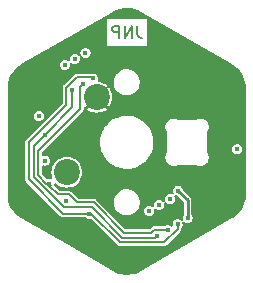
<source format=gbr>
%TF.GenerationSoftware,KiCad,Pcbnew,(6.0.6)*%
%TF.CreationDate,2022-07-10T21:40:21+02:00*%
%TF.ProjectId,GCode_Buttons_Cherry_MX,47436f64-655f-4427-9574-746f6e735f43,rev?*%
%TF.SameCoordinates,Original*%
%TF.FileFunction,Copper,L4,Bot*%
%TF.FilePolarity,Positive*%
%FSLAX46Y46*%
G04 Gerber Fmt 4.6, Leading zero omitted, Abs format (unit mm)*
G04 Created by KiCad (PCBNEW (6.0.6)) date 2022-07-10 21:40:21*
%MOMM*%
%LPD*%
G01*
G04 APERTURE LIST*
%ADD10C,0.200000*%
%TA.AperFunction,NonConductor*%
%ADD11C,0.200000*%
%TD*%
%TA.AperFunction,ComponentPad*%
%ADD12C,2.200000*%
%TD*%
%TA.AperFunction,ViaPad*%
%ADD13C,0.450000*%
%TD*%
%TA.AperFunction,Conductor*%
%ADD14C,0.200000*%
%TD*%
%TA.AperFunction,Conductor*%
%ADD15C,0.250000*%
%TD*%
G04 APERTURE END LIST*
D10*
D11*
X100880952Y-90152380D02*
X100880952Y-90866666D01*
X100928571Y-91009523D01*
X101023809Y-91104761D01*
X101166666Y-91152380D01*
X101261904Y-91152380D01*
X100404761Y-91152380D02*
X100404761Y-90152380D01*
X99833333Y-91152380D01*
X99833333Y-90152380D01*
X99357142Y-91152380D02*
X99357142Y-90152380D01*
X98976190Y-90152380D01*
X98880952Y-90200000D01*
X98833333Y-90247619D01*
X98785714Y-90342857D01*
X98785714Y-90485714D01*
X98833333Y-90580952D01*
X98880952Y-90628571D01*
X98976190Y-90676190D01*
X99357142Y-90676190D01*
D12*
%TO.P,SW1,1,1*%
%TO.N,Net-(JP1-Pad1)*%
X94920000Y-102540000D03*
%TO.P,SW1,2,2*%
%TO.N,GND*%
X97460000Y-96190000D03*
%TD*%
D13*
%TO.N,+5V*%
X103650000Y-104800000D03*
X92550000Y-97800000D03*
X96500000Y-92450000D03*
X109350000Y-100600000D03*
%TO.N,GND*%
X90650000Y-94350000D03*
X109450000Y-94350000D03*
X100000000Y-110850000D03*
X109450000Y-105300000D03*
X97400000Y-91950000D03*
X100000000Y-89000000D03*
X90500000Y-105300000D03*
%TO.N,Net-(J1-Pad4)*%
X95600000Y-92950000D03*
X102750000Y-105300000D03*
X94850000Y-104950000D03*
%TO.N,Net-(J1-Pad1)*%
X102550000Y-107950000D03*
X93050000Y-99400000D03*
X95400000Y-95600000D03*
%TO.N,Net-(J1-Pad2)*%
X93050000Y-101550000D03*
X94750000Y-93450000D03*
X101900000Y-105800000D03*
%TO.N,Net-(J1-Pad3)*%
X93450000Y-103500000D03*
X103450000Y-107450000D03*
X96250000Y-95100000D03*
%TO.N,Net-(J1-Pad5)*%
X104300000Y-106950000D03*
X96800000Y-106050000D03*
X97150000Y-94600000D03*
%TO.N,Dout*%
X105150000Y-106400000D03*
X104350000Y-104100000D03*
%TD*%
D14*
%TO.N,Net-(J1-Pad1)*%
X93050000Y-103900000D02*
X94650000Y-105500000D01*
X93050000Y-99400000D02*
X92100000Y-100350000D01*
X95400000Y-97050000D02*
X93050000Y-99400000D01*
X92100000Y-102965686D02*
X93034314Y-103900000D01*
X94650000Y-105500000D02*
X97015686Y-105500000D01*
X102425000Y-108075000D02*
X102550000Y-107950000D01*
X95400000Y-95600000D02*
X95400000Y-97050000D01*
X92100000Y-100350000D02*
X92100000Y-102965686D01*
X99590686Y-108075000D02*
X102425000Y-108075000D01*
X93034314Y-103900000D02*
X93050000Y-103900000D01*
X97015686Y-105500000D02*
X99590686Y-108075000D01*
%TO.N,Net-(J1-Pad3)*%
X103425000Y-107425000D02*
X102332537Y-107425000D01*
D15*
X93450000Y-103550000D02*
X93500000Y-103600000D01*
D14*
X93200000Y-103500000D02*
X93450000Y-103500000D01*
X96035000Y-97215000D02*
X92500000Y-100750000D01*
X99756372Y-107675000D02*
X97181372Y-105100000D01*
X96035000Y-95315000D02*
X96035000Y-97215000D01*
X94140686Y-104425000D02*
X93450000Y-103734314D01*
X102082537Y-107675000D02*
X99756372Y-107675000D01*
X95742463Y-105100000D02*
X95067463Y-104425000D01*
X97181372Y-105100000D02*
X95742463Y-105100000D01*
X95067463Y-104425000D02*
X94140686Y-104425000D01*
X102332537Y-107425000D02*
X102082537Y-107675000D01*
X103450000Y-107450000D02*
X103425000Y-107425000D01*
X93450000Y-103734314D02*
X93450000Y-103500000D01*
X92500000Y-100750000D02*
X92500000Y-102800000D01*
X96250000Y-95100000D02*
X96035000Y-95315000D01*
X92500000Y-102800000D02*
X93200000Y-103500000D01*
%TO.N,Net-(J1-Pad5)*%
X94875000Y-95382537D02*
X94875000Y-96825000D01*
X104300000Y-107350000D02*
X103175000Y-108475000D01*
X94875000Y-96825000D02*
X91700000Y-100000000D01*
X97150000Y-94600000D02*
X97050000Y-94500000D01*
X91700000Y-100000000D02*
X91700000Y-103131372D01*
X91700000Y-103131372D02*
X94618628Y-106050000D01*
X94618628Y-106050000D02*
X96800000Y-106050000D01*
X104300000Y-106950000D02*
X104300000Y-107350000D01*
X97050000Y-94500000D02*
X95757537Y-94500000D01*
X97000000Y-106050000D02*
X96800000Y-106050000D01*
X95757537Y-94500000D02*
X94875000Y-95382537D01*
X103175000Y-108475000D02*
X99425000Y-108475000D01*
X99425000Y-108475000D02*
X97000000Y-106050000D01*
D15*
%TO.N,Dout*%
X105150000Y-104900000D02*
X105150000Y-106400000D01*
X104350000Y-104100000D02*
X105150000Y-104900000D01*
%TD*%
%TA.AperFunction,Conductor*%
%TO.N,GND*%
G36*
X100139427Y-88618618D02*
G01*
X100393584Y-88648326D01*
X100404913Y-88650324D01*
X100653898Y-88709334D01*
X100664915Y-88712632D01*
X100905375Y-88800152D01*
X100915946Y-88804713D01*
X101120817Y-88907604D01*
X101129014Y-88913302D01*
X101129054Y-88913233D01*
X101138701Y-88918825D01*
X101146860Y-88926420D01*
X101157505Y-88929725D01*
X101157508Y-88929727D01*
X101158606Y-88930068D01*
X101178750Y-88938878D01*
X108920292Y-93408461D01*
X108938241Y-93421730D01*
X108946860Y-93429753D01*
X108957505Y-93433058D01*
X108966872Y-93438488D01*
X108976363Y-93442972D01*
X109168341Y-93569238D01*
X109177573Y-93576110D01*
X109329058Y-93703220D01*
X109373598Y-93740593D01*
X109381969Y-93748491D01*
X109463057Y-93834439D01*
X109557563Y-93934609D01*
X109564963Y-93943428D01*
X109717764Y-94148675D01*
X109724090Y-94158294D01*
X109852026Y-94379885D01*
X109857193Y-94390173D01*
X109958540Y-94625119D01*
X109962478Y-94635937D01*
X110035866Y-94881067D01*
X110038521Y-94892269D01*
X110048441Y-94948528D01*
X110082956Y-95144266D01*
X110084290Y-95155675D01*
X110097622Y-95384559D01*
X110096784Y-95394521D01*
X110096861Y-95394521D01*
X110096841Y-95405669D01*
X110094343Y-95416534D01*
X110096965Y-95428119D01*
X110097058Y-95428531D01*
X110099499Y-95450381D01*
X110099501Y-104389534D01*
X110096983Y-104411722D01*
X110094345Y-104423193D01*
X110096806Y-104434069D01*
X110096787Y-104444886D01*
X110097648Y-104455354D01*
X110092643Y-104541274D01*
X110085730Y-104659934D01*
X110084284Y-104684750D01*
X110082949Y-104696178D01*
X110062109Y-104814359D01*
X110038511Y-104948181D01*
X110035856Y-104959383D01*
X110021951Y-105005830D01*
X109962466Y-105204520D01*
X109958535Y-105215321D01*
X109861592Y-105440066D01*
X109857182Y-105450289D01*
X109852015Y-105460576D01*
X109724087Y-105682163D01*
X109717762Y-105691781D01*
X109564957Y-105897046D01*
X109557565Y-105905856D01*
X109539099Y-105925431D01*
X109381973Y-106091986D01*
X109373613Y-106099875D01*
X109177584Y-106264378D01*
X109168364Y-106271242D01*
X108976953Y-106397149D01*
X108967768Y-106401470D01*
X108967795Y-106401518D01*
X108958131Y-106407076D01*
X108947473Y-106410345D01*
X108938881Y-106418289D01*
X108938450Y-106418687D01*
X108920743Y-106431731D01*
X101179205Y-110901308D01*
X101158731Y-110910220D01*
X101158140Y-110910401D01*
X101158138Y-110910402D01*
X101147479Y-110913671D01*
X101139291Y-110921240D01*
X101129917Y-110926631D01*
X101121282Y-110932612D01*
X100915933Y-111035747D01*
X100905361Y-111040307D01*
X100664922Y-111127824D01*
X100653893Y-111131126D01*
X100404920Y-111190136D01*
X100393582Y-111192136D01*
X100139428Y-111221843D01*
X100127935Y-111222512D01*
X99872065Y-111222512D01*
X99860572Y-111221843D01*
X99606418Y-111192136D01*
X99595080Y-111190136D01*
X99346108Y-111131126D01*
X99335079Y-111127824D01*
X99094640Y-111040307D01*
X99084068Y-111035747D01*
X98879180Y-110932844D01*
X98870991Y-110927150D01*
X98870950Y-110927220D01*
X98861304Y-110921628D01*
X98853143Y-110914031D01*
X98841453Y-110910401D01*
X98841398Y-110910384D01*
X98821254Y-110901574D01*
X98820794Y-110901308D01*
X94920809Y-108649651D01*
X91079701Y-106431986D01*
X91061752Y-106418717D01*
X91061292Y-106418289D01*
X91053131Y-106410693D01*
X91042483Y-106407387D01*
X91033126Y-106401964D01*
X91023631Y-106397478D01*
X90831639Y-106271212D01*
X90822404Y-106264337D01*
X90626390Y-106099870D01*
X90618015Y-106091969D01*
X90589254Y-106061485D01*
X90442413Y-105905847D01*
X90435026Y-105897045D01*
X90282221Y-105691791D01*
X90275895Y-105682173D01*
X90256471Y-105648528D01*
X90191362Y-105535755D01*
X90147960Y-105460579D01*
X90142793Y-105450290D01*
X90041453Y-105215345D01*
X90037515Y-105204526D01*
X89964136Y-104959396D01*
X89961481Y-104948192D01*
X89917059Y-104696203D01*
X89915723Y-104684767D01*
X89902399Y-104455803D01*
X89903229Y-104445943D01*
X89903136Y-104445943D01*
X89903156Y-104434794D01*
X89905655Y-104423929D01*
X89902939Y-104411922D01*
X89900499Y-104390079D01*
X89900499Y-99985066D01*
X91394660Y-99985066D01*
X91398596Y-100013987D01*
X91399500Y-100027337D01*
X91399500Y-103077864D01*
X91399197Y-103081989D01*
X91397575Y-103086714D01*
X91397918Y-103095848D01*
X91399430Y-103136133D01*
X91399500Y-103139846D01*
X91399500Y-103159320D01*
X91400325Y-103163750D01*
X91400661Y-103168943D01*
X91401774Y-103198580D01*
X91405380Y-103206974D01*
X91405381Y-103206977D01*
X91406317Y-103209155D01*
X91412683Y-103230106D01*
X91414791Y-103241425D01*
X91419588Y-103249207D01*
X91428768Y-103264100D01*
X91435451Y-103276967D01*
X91445964Y-103301435D01*
X91449978Y-103306321D01*
X91454342Y-103310685D01*
X91468613Y-103328740D01*
X91473532Y-103336720D01*
X91496769Y-103354390D01*
X91506839Y-103363182D01*
X94368312Y-106224656D01*
X94371009Y-106227781D01*
X94373203Y-106232269D01*
X94379905Y-106238486D01*
X94409436Y-106265880D01*
X94412112Y-106268456D01*
X94425904Y-106282248D01*
X94429615Y-106284793D01*
X94433534Y-106288234D01*
X94455274Y-106308401D01*
X94463762Y-106311787D01*
X94463765Y-106311789D01*
X94465966Y-106312667D01*
X94485282Y-106322981D01*
X94487237Y-106324322D01*
X94487239Y-106324323D01*
X94494774Y-106329492D01*
X94503662Y-106331601D01*
X94503664Y-106331602D01*
X94520686Y-106335641D01*
X94534512Y-106340014D01*
X94552760Y-106347294D01*
X94552762Y-106347294D01*
X94559250Y-106349883D01*
X94565543Y-106350500D01*
X94571712Y-106350500D01*
X94594571Y-106353175D01*
X94594801Y-106353230D01*
X94594803Y-106353230D01*
X94603694Y-106355340D01*
X94632616Y-106351404D01*
X94645965Y-106350500D01*
X96457744Y-106350500D01*
X96515935Y-106369407D01*
X96527748Y-106379496D01*
X96546780Y-106398528D01*
X96553717Y-106402063D01*
X96553719Y-106402064D01*
X96659934Y-106456183D01*
X96666874Y-106459719D01*
X96674568Y-106460938D01*
X96674569Y-106460938D01*
X96792304Y-106479585D01*
X96800000Y-106480804D01*
X96807696Y-106479585D01*
X96807697Y-106479585D01*
X96927867Y-106460552D01*
X96988299Y-106470123D01*
X97013358Y-106488329D01*
X99174680Y-108649651D01*
X99177380Y-108652780D01*
X99179575Y-108657269D01*
X99186278Y-108663487D01*
X99215822Y-108690893D01*
X99218498Y-108693469D01*
X99232277Y-108707248D01*
X99235987Y-108709793D01*
X99239900Y-108713229D01*
X99252605Y-108725014D01*
X99261646Y-108733401D01*
X99270132Y-108736787D01*
X99270134Y-108736788D01*
X99272337Y-108737667D01*
X99291648Y-108747978D01*
X99293607Y-108749322D01*
X99293610Y-108749323D01*
X99301146Y-108754493D01*
X99310038Y-108756603D01*
X99310040Y-108756604D01*
X99327066Y-108760644D01*
X99340885Y-108765014D01*
X99365622Y-108774883D01*
X99371915Y-108775500D01*
X99378085Y-108775500D01*
X99400941Y-108778175D01*
X99410066Y-108780340D01*
X99438988Y-108776404D01*
X99452337Y-108775500D01*
X103121492Y-108775500D01*
X103125617Y-108775803D01*
X103130342Y-108777425D01*
X103179761Y-108775570D01*
X103183474Y-108775500D01*
X103202948Y-108775500D01*
X103207378Y-108774675D01*
X103212571Y-108774339D01*
X103228602Y-108773737D01*
X103233075Y-108773569D01*
X103242208Y-108773226D01*
X103250602Y-108769620D01*
X103250605Y-108769619D01*
X103252783Y-108768683D01*
X103273734Y-108762317D01*
X103285053Y-108760209D01*
X103307729Y-108746232D01*
X103320596Y-108739548D01*
X103338642Y-108731795D01*
X103338643Y-108731794D01*
X103345063Y-108729036D01*
X103349949Y-108725022D01*
X103354313Y-108720658D01*
X103372368Y-108706387D01*
X103380348Y-108701468D01*
X103398018Y-108678231D01*
X103406810Y-108668161D01*
X104474656Y-107600316D01*
X104477781Y-107597619D01*
X104482269Y-107595425D01*
X104515880Y-107559192D01*
X104518456Y-107556516D01*
X104532248Y-107542724D01*
X104534793Y-107539013D01*
X104538234Y-107535094D01*
X104552185Y-107520055D01*
X104552185Y-107520054D01*
X104558401Y-107513354D01*
X104561787Y-107504866D01*
X104561789Y-107504863D01*
X104562667Y-107502662D01*
X104572981Y-107483346D01*
X104574322Y-107481391D01*
X104574323Y-107481389D01*
X104579492Y-107473854D01*
X104585641Y-107447941D01*
X104590014Y-107434116D01*
X104597294Y-107415868D01*
X104597294Y-107415866D01*
X104599883Y-107409378D01*
X104600500Y-107403085D01*
X104600500Y-107396916D01*
X104603175Y-107374057D01*
X104603230Y-107373827D01*
X104603230Y-107373825D01*
X104605340Y-107364934D01*
X104601404Y-107336012D01*
X104600500Y-107322663D01*
X104600500Y-107292256D01*
X104619407Y-107234065D01*
X104629496Y-107222252D01*
X104648528Y-107203220D01*
X104653361Y-107193736D01*
X104706183Y-107090066D01*
X104706183Y-107090065D01*
X104709719Y-107083126D01*
X104719845Y-107019196D01*
X104729585Y-106957696D01*
X104730804Y-106950000D01*
X104709719Y-106816874D01*
X104712320Y-106816462D01*
X104712317Y-106767643D01*
X104748278Y-106718141D01*
X104806468Y-106699230D01*
X104864659Y-106718134D01*
X104876478Y-106728226D01*
X104896780Y-106748528D01*
X104903717Y-106752063D01*
X104903719Y-106752064D01*
X104946253Y-106773736D01*
X105016874Y-106809719D01*
X105024568Y-106810938D01*
X105024569Y-106810938D01*
X105142304Y-106829585D01*
X105150000Y-106830804D01*
X105157696Y-106829585D01*
X105275431Y-106810938D01*
X105275432Y-106810938D01*
X105283126Y-106809719D01*
X105353747Y-106773736D01*
X105396281Y-106752064D01*
X105396283Y-106752063D01*
X105403220Y-106748528D01*
X105498528Y-106653220D01*
X105509409Y-106631866D01*
X105556183Y-106540066D01*
X105556183Y-106540065D01*
X105559719Y-106533126D01*
X105561926Y-106519196D01*
X105576627Y-106426371D01*
X105580804Y-106400000D01*
X105568818Y-106324322D01*
X105560938Y-106274569D01*
X105560938Y-106274568D01*
X105559719Y-106266874D01*
X105498528Y-106146780D01*
X105494155Y-106142407D01*
X105475500Y-106084990D01*
X105475500Y-104918534D01*
X105475877Y-104909905D01*
X105478246Y-104882825D01*
X105479264Y-104871193D01*
X105473000Y-104847815D01*
X105469204Y-104833651D01*
X105467334Y-104825216D01*
X105462092Y-104795483D01*
X105462091Y-104795481D01*
X105460588Y-104786955D01*
X105456258Y-104779456D01*
X105454262Y-104773971D01*
X105451796Y-104768684D01*
X105449554Y-104760316D01*
X105427268Y-104728489D01*
X105422627Y-104721205D01*
X105421979Y-104720082D01*
X105403194Y-104687545D01*
X105373429Y-104662569D01*
X105367061Y-104656735D01*
X104797993Y-104087667D01*
X104770216Y-104033150D01*
X104760938Y-103974569D01*
X104760938Y-103974567D01*
X104759719Y-103966874D01*
X104698528Y-103846780D01*
X104603220Y-103751472D01*
X104596283Y-103747937D01*
X104596281Y-103747936D01*
X104490066Y-103693817D01*
X104490065Y-103693817D01*
X104483126Y-103690281D01*
X104475432Y-103689062D01*
X104475431Y-103689062D01*
X104386978Y-103675053D01*
X104350000Y-103669196D01*
X104313022Y-103675053D01*
X104224569Y-103689062D01*
X104224568Y-103689062D01*
X104216874Y-103690281D01*
X104209935Y-103693817D01*
X104209934Y-103693817D01*
X104103719Y-103747936D01*
X104103717Y-103747937D01*
X104096780Y-103751472D01*
X104001472Y-103846780D01*
X103940281Y-103966874D01*
X103939062Y-103974568D01*
X103939062Y-103974569D01*
X103938238Y-103979770D01*
X103919196Y-104100000D01*
X103940281Y-104233126D01*
X103943817Y-104240065D01*
X103943817Y-104240066D01*
X103965213Y-104282058D01*
X103974784Y-104342490D01*
X103947006Y-104397007D01*
X103892490Y-104424784D01*
X103832058Y-104415213D01*
X103790066Y-104393817D01*
X103790065Y-104393817D01*
X103783126Y-104390281D01*
X103775432Y-104389062D01*
X103775431Y-104389062D01*
X103657696Y-104370415D01*
X103650000Y-104369196D01*
X103642304Y-104370415D01*
X103524569Y-104389062D01*
X103524568Y-104389062D01*
X103516874Y-104390281D01*
X103509935Y-104393817D01*
X103509934Y-104393817D01*
X103403719Y-104447936D01*
X103403717Y-104447937D01*
X103396780Y-104451472D01*
X103301472Y-104546780D01*
X103297937Y-104553717D01*
X103297936Y-104553719D01*
X103243817Y-104659934D01*
X103240281Y-104666874D01*
X103239062Y-104674568D01*
X103239062Y-104674569D01*
X103230522Y-104728489D01*
X103219196Y-104800000D01*
X103222110Y-104818398D01*
X103240281Y-104933126D01*
X103237680Y-104933538D01*
X103237683Y-104982357D01*
X103201722Y-105031859D01*
X103143532Y-105050770D01*
X103085341Y-105031866D01*
X103073522Y-105021774D01*
X103003220Y-104951472D01*
X102996283Y-104947937D01*
X102996281Y-104947936D01*
X102890066Y-104893817D01*
X102890065Y-104893817D01*
X102883126Y-104890281D01*
X102875432Y-104889062D01*
X102875431Y-104889062D01*
X102786978Y-104875053D01*
X102750000Y-104869196D01*
X102713022Y-104875053D01*
X102624569Y-104889062D01*
X102624568Y-104889062D01*
X102616874Y-104890281D01*
X102609935Y-104893817D01*
X102609934Y-104893817D01*
X102503719Y-104947936D01*
X102503717Y-104947937D01*
X102496780Y-104951472D01*
X102401472Y-105046780D01*
X102397937Y-105053717D01*
X102397936Y-105053719D01*
X102352434Y-105143022D01*
X102340281Y-105166874D01*
X102339062Y-105174568D01*
X102339062Y-105174569D01*
X102330115Y-105231059D01*
X102319196Y-105300000D01*
X102320415Y-105307696D01*
X102331273Y-105376249D01*
X102321702Y-105436681D01*
X102278437Y-105479945D01*
X102218005Y-105489517D01*
X102163488Y-105461740D01*
X102153220Y-105451472D01*
X102146283Y-105447937D01*
X102146281Y-105447936D01*
X102040066Y-105393817D01*
X102040065Y-105393817D01*
X102033126Y-105390281D01*
X102025432Y-105389062D01*
X102025431Y-105389062D01*
X101907696Y-105370415D01*
X101900000Y-105369196D01*
X101892304Y-105370415D01*
X101774569Y-105389062D01*
X101774568Y-105389062D01*
X101766874Y-105390281D01*
X101759935Y-105393817D01*
X101759934Y-105393817D01*
X101653719Y-105447936D01*
X101653717Y-105447937D01*
X101646780Y-105451472D01*
X101551472Y-105546780D01*
X101547937Y-105553717D01*
X101547936Y-105553719D01*
X101502434Y-105643022D01*
X101490281Y-105666874D01*
X101489062Y-105674568D01*
X101489062Y-105674569D01*
X101475053Y-105763022D01*
X101469196Y-105800000D01*
X101470415Y-105807696D01*
X101484567Y-105897046D01*
X101490281Y-105933126D01*
X101493817Y-105940065D01*
X101493817Y-105940066D01*
X101530700Y-106012452D01*
X101551472Y-106053220D01*
X101646780Y-106148528D01*
X101653717Y-106152063D01*
X101653719Y-106152064D01*
X101759934Y-106206183D01*
X101766874Y-106209719D01*
X101774568Y-106210938D01*
X101774569Y-106210938D01*
X101892304Y-106229585D01*
X101900000Y-106230804D01*
X101907696Y-106229585D01*
X102025431Y-106210938D01*
X102025432Y-106210938D01*
X102033126Y-106209719D01*
X102040066Y-106206183D01*
X102146281Y-106152064D01*
X102146283Y-106152063D01*
X102153220Y-106148528D01*
X102248528Y-106053220D01*
X102269301Y-106012452D01*
X102306183Y-105940066D01*
X102306183Y-105940065D01*
X102309719Y-105933126D01*
X102315434Y-105897046D01*
X102329585Y-105807696D01*
X102330804Y-105800000D01*
X102318727Y-105723750D01*
X102328298Y-105663319D01*
X102371563Y-105620055D01*
X102431995Y-105610483D01*
X102486512Y-105638260D01*
X102496780Y-105648528D01*
X102503717Y-105652063D01*
X102503719Y-105652064D01*
X102581692Y-105691793D01*
X102616874Y-105709719D01*
X102624568Y-105710938D01*
X102624569Y-105710938D01*
X102694230Y-105721971D01*
X102716708Y-105725531D01*
X102742304Y-105729585D01*
X102750000Y-105730804D01*
X102757696Y-105729585D01*
X102783293Y-105725531D01*
X102805770Y-105721971D01*
X102875431Y-105710938D01*
X102875432Y-105710938D01*
X102883126Y-105709719D01*
X102918308Y-105691793D01*
X102996281Y-105652064D01*
X102996283Y-105652063D01*
X103003220Y-105648528D01*
X103098528Y-105553220D01*
X103130987Y-105489517D01*
X103156183Y-105440066D01*
X103156183Y-105440065D01*
X103159719Y-105433126D01*
X103169845Y-105369196D01*
X103179585Y-105307696D01*
X103180804Y-105300000D01*
X103159719Y-105166874D01*
X103162320Y-105166462D01*
X103162317Y-105117643D01*
X103198278Y-105068141D01*
X103256468Y-105049230D01*
X103314659Y-105068134D01*
X103326478Y-105078226D01*
X103396780Y-105148528D01*
X103403717Y-105152063D01*
X103403719Y-105152064D01*
X103506682Y-105204526D01*
X103516874Y-105209719D01*
X103524568Y-105210938D01*
X103524569Y-105210938D01*
X103642304Y-105229585D01*
X103650000Y-105230804D01*
X103657696Y-105229585D01*
X103775431Y-105210938D01*
X103775432Y-105210938D01*
X103783126Y-105209719D01*
X103793318Y-105204526D01*
X103896281Y-105152064D01*
X103896283Y-105152063D01*
X103903220Y-105148528D01*
X103998528Y-105053220D01*
X104007901Y-105034826D01*
X104056183Y-104940066D01*
X104056183Y-104940065D01*
X104059719Y-104933126D01*
X104062158Y-104917731D01*
X104077890Y-104818398D01*
X104080804Y-104800000D01*
X104069478Y-104728489D01*
X104060938Y-104674569D01*
X104060938Y-104674568D01*
X104059719Y-104666874D01*
X104056183Y-104659934D01*
X104034787Y-104617942D01*
X104025216Y-104557510D01*
X104052994Y-104502993D01*
X104107510Y-104475216D01*
X104167942Y-104484787D01*
X104216874Y-104509719D01*
X104224567Y-104510938D01*
X104224569Y-104510938D01*
X104283150Y-104520216D01*
X104337667Y-104547993D01*
X104795504Y-105005830D01*
X104823281Y-105060347D01*
X104824500Y-105075834D01*
X104824500Y-106084990D01*
X104805845Y-106142407D01*
X104801472Y-106146780D01*
X104740281Y-106266874D01*
X104739062Y-106274568D01*
X104739062Y-106274569D01*
X104731182Y-106324322D01*
X104719196Y-106400000D01*
X104728848Y-106460938D01*
X104740281Y-106533126D01*
X104737680Y-106533538D01*
X104737683Y-106582357D01*
X104701722Y-106631859D01*
X104643532Y-106650770D01*
X104585341Y-106631866D01*
X104573522Y-106621774D01*
X104553220Y-106601472D01*
X104546283Y-106597937D01*
X104546281Y-106597936D01*
X104440066Y-106543817D01*
X104440065Y-106543817D01*
X104433126Y-106540281D01*
X104425432Y-106539062D01*
X104425431Y-106539062D01*
X104307696Y-106520415D01*
X104300000Y-106519196D01*
X104292304Y-106520415D01*
X104174569Y-106539062D01*
X104174568Y-106539062D01*
X104166874Y-106540281D01*
X104159935Y-106543817D01*
X104159934Y-106543817D01*
X104053719Y-106597936D01*
X104053717Y-106597937D01*
X104046780Y-106601472D01*
X103951472Y-106696780D01*
X103947937Y-106703717D01*
X103947936Y-106703719D01*
X103915653Y-106767078D01*
X103890281Y-106816874D01*
X103889062Y-106824568D01*
X103889062Y-106824569D01*
X103875053Y-106913022D01*
X103869196Y-106950000D01*
X103870415Y-106957696D01*
X103881273Y-107026249D01*
X103871702Y-107086681D01*
X103828437Y-107129945D01*
X103768005Y-107139517D01*
X103713488Y-107111740D01*
X103703220Y-107101472D01*
X103696283Y-107097937D01*
X103696281Y-107097936D01*
X103590066Y-107043817D01*
X103590065Y-107043817D01*
X103583126Y-107040281D01*
X103575432Y-107039062D01*
X103575431Y-107039062D01*
X103457696Y-107020415D01*
X103450000Y-107019196D01*
X103442304Y-107020415D01*
X103324569Y-107039062D01*
X103324568Y-107039062D01*
X103316874Y-107040281D01*
X103196780Y-107101472D01*
X103192407Y-107105845D01*
X103134990Y-107124500D01*
X102386045Y-107124500D01*
X102381920Y-107124197D01*
X102377195Y-107122575D01*
X102327775Y-107124430D01*
X102324062Y-107124500D01*
X102304589Y-107124500D01*
X102300159Y-107125325D01*
X102294966Y-107125661D01*
X102275835Y-107126379D01*
X102274463Y-107126431D01*
X102265328Y-107126774D01*
X102256931Y-107130382D01*
X102256930Y-107130382D01*
X102254749Y-107131319D01*
X102233800Y-107137683D01*
X102231473Y-107138116D01*
X102231468Y-107138118D01*
X102222484Y-107139791D01*
X102199809Y-107153768D01*
X102186941Y-107160452D01*
X102168895Y-107168205D01*
X102168894Y-107168206D01*
X102162474Y-107170964D01*
X102157588Y-107174978D01*
X102153224Y-107179342D01*
X102135169Y-107193613D01*
X102127189Y-107198532D01*
X102109519Y-107221769D01*
X102100727Y-107231839D01*
X101987062Y-107345504D01*
X101932545Y-107373281D01*
X101917058Y-107374500D01*
X99921851Y-107374500D01*
X99863660Y-107355593D01*
X99851847Y-107345504D01*
X97532339Y-105025996D01*
X98895814Y-105025996D01*
X98896032Y-105030707D01*
X98896032Y-105030708D01*
X98904333Y-105210046D01*
X98905523Y-105235767D01*
X98911172Y-105259206D01*
X98951233Y-105425431D01*
X98954724Y-105439918D01*
X98956674Y-105444206D01*
X98956674Y-105444207D01*
X98959439Y-105450289D01*
X99041640Y-105631081D01*
X99163137Y-105802360D01*
X99241127Y-105877019D01*
X99311427Y-105944317D01*
X99311431Y-105944320D01*
X99314831Y-105947575D01*
X99491246Y-106061485D01*
X99495623Y-106063249D01*
X99645750Y-106123752D01*
X99686019Y-106139981D01*
X99690643Y-106140884D01*
X99888627Y-106179548D01*
X99888634Y-106179549D01*
X99892122Y-106180230D01*
X99897643Y-106180500D01*
X100052469Y-106180500D01*
X100148540Y-106171334D01*
X100204353Y-106166009D01*
X100204355Y-106166009D01*
X100209046Y-106165561D01*
X100410549Y-106106447D01*
X100597239Y-106010295D01*
X100730196Y-105905856D01*
X100758672Y-105883488D01*
X100758673Y-105883487D01*
X100762379Y-105880576D01*
X100900010Y-105721971D01*
X101005166Y-105540201D01*
X101041114Y-105436681D01*
X101072509Y-105346273D01*
X101072510Y-105346271D01*
X101074053Y-105341826D01*
X101093208Y-105209719D01*
X101103509Y-105138674D01*
X101103509Y-105138673D01*
X101104186Y-105134004D01*
X101097167Y-104982357D01*
X101094695Y-104928941D01*
X101094695Y-104928940D01*
X101094477Y-104924233D01*
X101073534Y-104837334D01*
X101046381Y-104724665D01*
X101046379Y-104724660D01*
X101045276Y-104720082D01*
X100958360Y-104528919D01*
X100836863Y-104357640D01*
X100722392Y-104248058D01*
X100688573Y-104215683D01*
X100688569Y-104215680D01*
X100685169Y-104212425D01*
X100508754Y-104098515D01*
X100481837Y-104087667D01*
X100318356Y-104021782D01*
X100318354Y-104021781D01*
X100313981Y-104020019D01*
X100308687Y-104018985D01*
X100111373Y-103980452D01*
X100111366Y-103980451D01*
X100107878Y-103979770D01*
X100102357Y-103979500D01*
X99947531Y-103979500D01*
X99851460Y-103988666D01*
X99795647Y-103993991D01*
X99795645Y-103993991D01*
X99790954Y-103994439D01*
X99589451Y-104053553D01*
X99402761Y-104149705D01*
X99237621Y-104279424D01*
X99158663Y-104370415D01*
X99104730Y-104432567D01*
X99099990Y-104438029D01*
X98994834Y-104619799D01*
X98993290Y-104624244D01*
X98993290Y-104624245D01*
X98929586Y-104807696D01*
X98925947Y-104818174D01*
X98925271Y-104822836D01*
X98905473Y-104959383D01*
X98895814Y-105025996D01*
X97532339Y-105025996D01*
X97431692Y-104925349D01*
X97428992Y-104922220D01*
X97426797Y-104917731D01*
X97418361Y-104909905D01*
X97390550Y-104884107D01*
X97387874Y-104881531D01*
X97374095Y-104867752D01*
X97370385Y-104865207D01*
X97366472Y-104861771D01*
X97351427Y-104847815D01*
X97344726Y-104841599D01*
X97334036Y-104837334D01*
X97314720Y-104827020D01*
X97312765Y-104825679D01*
X97312762Y-104825678D01*
X97305226Y-104820508D01*
X97279313Y-104814359D01*
X97265488Y-104809986D01*
X97247240Y-104802706D01*
X97247238Y-104802706D01*
X97240750Y-104800117D01*
X97234457Y-104799500D01*
X97228288Y-104799500D01*
X97205429Y-104796825D01*
X97205199Y-104796770D01*
X97205197Y-104796770D01*
X97196306Y-104794660D01*
X97167385Y-104798596D01*
X97154035Y-104799500D01*
X95907942Y-104799500D01*
X95849751Y-104780593D01*
X95837938Y-104770504D01*
X95317783Y-104250349D01*
X95315083Y-104247220D01*
X95312888Y-104242731D01*
X95276641Y-104209107D01*
X95273965Y-104206531D01*
X95260186Y-104192752D01*
X95256476Y-104190207D01*
X95252563Y-104186771D01*
X95237518Y-104172815D01*
X95230817Y-104166599D01*
X95220127Y-104162334D01*
X95200811Y-104152020D01*
X95198856Y-104150679D01*
X95198853Y-104150678D01*
X95191317Y-104145508D01*
X95165404Y-104139359D01*
X95151579Y-104134986D01*
X95133331Y-104127706D01*
X95133329Y-104127706D01*
X95126841Y-104125117D01*
X95120548Y-104124500D01*
X95114379Y-104124500D01*
X95091520Y-104121825D01*
X95091290Y-104121770D01*
X95091288Y-104121770D01*
X95082397Y-104119660D01*
X95053476Y-104123596D01*
X95040126Y-104124500D01*
X94306165Y-104124500D01*
X94247974Y-104105593D01*
X94236161Y-104095504D01*
X93880575Y-103739918D01*
X93852798Y-103685401D01*
X93856399Y-103639642D01*
X93859719Y-103633126D01*
X93872287Y-103553775D01*
X93900064Y-103499258D01*
X93954581Y-103471481D01*
X94015013Y-103481052D01*
X94040072Y-103499258D01*
X94080861Y-103540047D01*
X94084399Y-103542524D01*
X94084401Y-103542526D01*
X94263721Y-103668086D01*
X94267266Y-103670568D01*
X94473504Y-103766739D01*
X94562563Y-103790602D01*
X94689131Y-103824516D01*
X94689133Y-103824516D01*
X94693308Y-103825635D01*
X94920000Y-103845468D01*
X95146692Y-103825635D01*
X95150867Y-103824516D01*
X95150869Y-103824516D01*
X95277437Y-103790602D01*
X95366496Y-103766739D01*
X95572734Y-103670568D01*
X95576279Y-103668086D01*
X95755599Y-103542526D01*
X95755601Y-103542524D01*
X95759139Y-103540047D01*
X95920047Y-103379139D01*
X95955337Y-103328740D01*
X96048086Y-103196279D01*
X96048087Y-103196277D01*
X96050568Y-103192734D01*
X96146739Y-102986496D01*
X96205635Y-102766692D01*
X96225468Y-102540000D01*
X96205635Y-102313308D01*
X96146739Y-102093504D01*
X96050568Y-101887266D01*
X96043793Y-101877590D01*
X95922526Y-101704401D01*
X95922524Y-101704399D01*
X95920047Y-101700861D01*
X95759139Y-101539953D01*
X95743103Y-101528724D01*
X95576279Y-101411914D01*
X95576277Y-101411913D01*
X95572734Y-101409432D01*
X95366496Y-101313261D01*
X95277437Y-101289398D01*
X95150869Y-101255484D01*
X95150867Y-101255484D01*
X95146692Y-101254365D01*
X94920000Y-101234532D01*
X94693308Y-101254365D01*
X94689133Y-101255484D01*
X94689131Y-101255484D01*
X94562563Y-101289398D01*
X94473504Y-101313261D01*
X94267266Y-101409432D01*
X94263723Y-101411913D01*
X94263721Y-101411914D01*
X94096898Y-101528724D01*
X94080861Y-101539953D01*
X93919953Y-101700861D01*
X93917476Y-101704399D01*
X93917474Y-101704401D01*
X93796207Y-101877590D01*
X93789432Y-101887266D01*
X93693261Y-102093504D01*
X93634365Y-102313308D01*
X93614532Y-102540000D01*
X93634365Y-102766692D01*
X93635484Y-102770867D01*
X93635484Y-102770869D01*
X93687728Y-102965846D01*
X93684525Y-103026947D01*
X93646020Y-103074497D01*
X93586920Y-103090333D01*
X93576621Y-103089251D01*
X93450000Y-103069196D01*
X93442304Y-103070415D01*
X93324568Y-103089062D01*
X93324566Y-103089063D01*
X93316874Y-103090281D01*
X93309934Y-103093817D01*
X93302521Y-103096226D01*
X93301737Y-103093815D01*
X93253203Y-103101498D01*
X93198693Y-103073722D01*
X92829496Y-102704525D01*
X92801719Y-102650008D01*
X92800500Y-102634521D01*
X92800500Y-102056887D01*
X92819407Y-101998696D01*
X92868907Y-101962732D01*
X92916397Y-101962731D01*
X92916874Y-101959719D01*
X93050000Y-101980804D01*
X93057696Y-101979585D01*
X93175431Y-101960938D01*
X93175432Y-101960938D01*
X93183126Y-101959719D01*
X93190066Y-101956183D01*
X93296281Y-101902064D01*
X93296283Y-101902063D01*
X93303220Y-101898528D01*
X93398528Y-101803220D01*
X93410750Y-101779234D01*
X93456183Y-101690066D01*
X93456183Y-101690065D01*
X93459719Y-101683126D01*
X93480804Y-101550000D01*
X93459719Y-101416874D01*
X93454995Y-101407602D01*
X93402064Y-101303719D01*
X93402063Y-101303717D01*
X93398528Y-101296780D01*
X93303220Y-101201472D01*
X93296283Y-101197937D01*
X93296281Y-101197936D01*
X93190066Y-101143817D01*
X93190065Y-101143817D01*
X93183126Y-101140281D01*
X93175432Y-101139062D01*
X93175431Y-101139062D01*
X93057696Y-101120415D01*
X93050000Y-101119196D01*
X92916874Y-101140281D01*
X92916397Y-101137268D01*
X92868902Y-101137266D01*
X92819404Y-101101299D01*
X92800500Y-101043113D01*
X92800500Y-100915479D01*
X92819407Y-100857288D01*
X92829496Y-100845475D01*
X93627735Y-100047236D01*
X97744958Y-100047236D01*
X97771014Y-100345065D01*
X97798242Y-100466874D01*
X97816554Y-100548796D01*
X97836232Y-100636832D01*
X97939464Y-100917410D01*
X97944537Y-100927031D01*
X98067679Y-101160591D01*
X98078898Y-101181870D01*
X98080800Y-101184546D01*
X98080801Y-101184548D01*
X98117704Y-101236475D01*
X98252084Y-101425565D01*
X98455979Y-101644216D01*
X98458515Y-101646299D01*
X98458516Y-101646300D01*
X98684461Y-101831894D01*
X98684466Y-101831898D01*
X98687000Y-101833979D01*
X98820114Y-101916513D01*
X98891765Y-101960938D01*
X98941090Y-101991521D01*
X98944087Y-101992868D01*
X98944091Y-101992870D01*
X99086536Y-102056887D01*
X99213783Y-102114074D01*
X99500289Y-102199485D01*
X99503530Y-102199998D01*
X99503533Y-102199999D01*
X99591913Y-102213997D01*
X99795575Y-102246254D01*
X99866545Y-102249477D01*
X99887974Y-102250450D01*
X99887980Y-102250450D01*
X99889078Y-102250500D01*
X100075834Y-102250500D01*
X100298309Y-102235723D01*
X100482681Y-102198547D01*
X100588150Y-102177281D01*
X100588155Y-102177280D01*
X100591377Y-102176630D01*
X100634632Y-102161736D01*
X100870944Y-102080368D01*
X100870950Y-102080365D01*
X100874056Y-102079296D01*
X101141378Y-101945431D01*
X101388647Y-101777387D01*
X101540397Y-101641708D01*
X101609062Y-101580315D01*
X101609064Y-101580313D01*
X101611520Y-101578117D01*
X101613661Y-101575619D01*
X101613665Y-101575615D01*
X101803942Y-101353614D01*
X101803946Y-101353608D01*
X101806079Y-101351120D01*
X101968908Y-101100386D01*
X102065079Y-100897850D01*
X102095738Y-100833283D01*
X102095740Y-100833278D01*
X102097145Y-100830319D01*
X102188538Y-100545664D01*
X102241480Y-100251422D01*
X102255042Y-99952764D01*
X102254531Y-99946915D01*
X102240874Y-99790822D01*
X102228986Y-99654935D01*
X102184147Y-99454336D01*
X102164485Y-99366375D01*
X102164484Y-99366373D01*
X102163768Y-99363168D01*
X102060536Y-99082590D01*
X102038181Y-99040190D01*
X101922632Y-98821031D01*
X101922629Y-98821026D01*
X101921102Y-98818130D01*
X101893555Y-98779367D01*
X101889903Y-98774228D01*
X103262846Y-98774228D01*
X103294018Y-98920240D01*
X103296175Y-98925035D01*
X103347973Y-99040190D01*
X103351957Y-99050715D01*
X103352127Y-99051101D01*
X103353783Y-99056435D01*
X103354144Y-99057056D01*
X103357987Y-99061155D01*
X103361335Y-99065653D01*
X103360577Y-99066218D01*
X103372215Y-99083344D01*
X103377334Y-99094200D01*
X103383350Y-99110555D01*
X103392558Y-99144575D01*
X103395610Y-99161720D01*
X103396653Y-99173533D01*
X103395987Y-99183154D01*
X103396865Y-99183156D01*
X103396845Y-99194303D01*
X103394345Y-99205169D01*
X103397062Y-99217181D01*
X103399501Y-99239022D01*
X103399501Y-100760446D01*
X103396985Y-100782623D01*
X103394344Y-100794113D01*
X103396806Y-100804988D01*
X103396787Y-100816134D01*
X103396047Y-100816133D01*
X103396713Y-100826038D01*
X103395633Y-100838279D01*
X103392577Y-100855443D01*
X103383374Y-100889444D01*
X103377363Y-100905791D01*
X103372481Y-100916143D01*
X103360882Y-100933132D01*
X103361720Y-100933761D01*
X103358355Y-100938249D01*
X103354506Y-100942325D01*
X103354143Y-100942944D01*
X103352463Y-100948288D01*
X103352403Y-100948423D01*
X103348353Y-100959063D01*
X103296215Y-101074975D01*
X103296213Y-101074980D01*
X103294057Y-101079774D01*
X103262887Y-101225776D01*
X103263190Y-101375069D01*
X103294953Y-101520944D01*
X103297127Y-101525725D01*
X103297128Y-101525728D01*
X103304985Y-101543007D01*
X103356749Y-101656847D01*
X103445801Y-101776673D01*
X103449758Y-101780139D01*
X103449761Y-101780142D01*
X103551552Y-101869295D01*
X103558108Y-101875037D01*
X103688624Y-101947521D01*
X103831486Y-101990867D01*
X103836719Y-101991298D01*
X103836723Y-101991299D01*
X103975031Y-102002696D01*
X103975032Y-102002696D01*
X103980275Y-102003128D01*
X104128305Y-101983753D01*
X104148521Y-101976545D01*
X104252176Y-101939586D01*
X104262980Y-101936460D01*
X104263383Y-101936320D01*
X104268843Y-101935094D01*
X104269490Y-101934784D01*
X104273870Y-101931293D01*
X104278618Y-101928317D01*
X104278968Y-101928876D01*
X104297026Y-101918455D01*
X104302024Y-101916494D01*
X104316152Y-101912137D01*
X104341180Y-101906424D01*
X104345316Y-101905480D01*
X104359952Y-101903274D01*
X104364985Y-101902897D01*
X104374801Y-101903640D01*
X104374802Y-101903139D01*
X104385951Y-101903158D01*
X104396816Y-101905655D01*
X104407688Y-101903194D01*
X104407690Y-101903194D01*
X104408801Y-101902942D01*
X104430658Y-101900499D01*
X105768812Y-101900499D01*
X105791006Y-101903019D01*
X105791599Y-101903156D01*
X105791603Y-101903156D01*
X105802466Y-101905655D01*
X105813340Y-101903196D01*
X105824488Y-101903216D01*
X105824487Y-101903607D01*
X105834446Y-101902871D01*
X105835999Y-101902987D01*
X105840047Y-101903291D01*
X105854680Y-101905497D01*
X105883851Y-101912156D01*
X105897975Y-101916511D01*
X105902545Y-101918305D01*
X105920310Y-101928600D01*
X105920721Y-101927948D01*
X105925478Y-101930950D01*
X105929863Y-101934471D01*
X105930176Y-101934622D01*
X105930178Y-101934624D01*
X105930180Y-101934625D01*
X105930510Y-101934784D01*
X105935934Y-101936022D01*
X105936774Y-101936316D01*
X105946375Y-101939113D01*
X106059883Y-101979585D01*
X106071685Y-101983793D01*
X106219724Y-102003169D01*
X106224967Y-102002737D01*
X106224968Y-102002737D01*
X106363285Y-101991339D01*
X106363289Y-101991338D01*
X106368522Y-101990907D01*
X106511392Y-101947558D01*
X106641916Y-101875070D01*
X106754230Y-101776700D01*
X106843287Y-101656868D01*
X106905086Y-101520956D01*
X106936851Y-101375073D01*
X106937154Y-101225771D01*
X106905982Y-101079760D01*
X106874477Y-101009719D01*
X106852025Y-100959804D01*
X106848052Y-100949310D01*
X106847896Y-100948955D01*
X106847887Y-100948943D01*
X106846216Y-100943564D01*
X106846039Y-100943260D01*
X106846035Y-100943247D01*
X106846026Y-100943237D01*
X106845855Y-100942944D01*
X106842048Y-100938883D01*
X106840924Y-100937376D01*
X106840360Y-100936512D01*
X106840121Y-100936300D01*
X106838714Y-100934413D01*
X106838900Y-100934275D01*
X106834171Y-100927031D01*
X106833503Y-100925853D01*
X106833882Y-100925638D01*
X106827777Y-100916656D01*
X106826682Y-100914333D01*
X106822638Y-100905761D01*
X106816620Y-100889410D01*
X106808309Y-100858726D01*
X106807407Y-100855396D01*
X106804350Y-100838242D01*
X106803319Y-100826589D01*
X106803994Y-100816805D01*
X106803140Y-100816804D01*
X106803159Y-100805654D01*
X106805656Y-100794790D01*
X106803195Y-100783919D01*
X106803195Y-100783917D01*
X106802943Y-100782806D01*
X106800500Y-100760947D01*
X106800500Y-100600000D01*
X108919196Y-100600000D01*
X108940281Y-100733126D01*
X108943817Y-100740065D01*
X108943817Y-100740066D01*
X108997526Y-100845475D01*
X109001472Y-100853220D01*
X109096780Y-100948528D01*
X109103717Y-100952063D01*
X109103719Y-100952064D01*
X109118910Y-100959804D01*
X109216874Y-101009719D01*
X109224568Y-101010938D01*
X109224569Y-101010938D01*
X109342304Y-101029585D01*
X109350000Y-101030804D01*
X109357696Y-101029585D01*
X109475431Y-101010938D01*
X109475432Y-101010938D01*
X109483126Y-101009719D01*
X109581090Y-100959804D01*
X109596281Y-100952064D01*
X109596283Y-100952063D01*
X109603220Y-100948528D01*
X109698528Y-100853220D01*
X109702475Y-100845475D01*
X109756183Y-100740066D01*
X109756183Y-100740065D01*
X109759719Y-100733126D01*
X109780804Y-100600000D01*
X109759719Y-100466874D01*
X109698528Y-100346780D01*
X109603220Y-100251472D01*
X109596283Y-100247937D01*
X109596281Y-100247936D01*
X109490066Y-100193817D01*
X109490065Y-100193817D01*
X109483126Y-100190281D01*
X109475432Y-100189062D01*
X109475431Y-100189062D01*
X109357696Y-100170415D01*
X109350000Y-100169196D01*
X109342304Y-100170415D01*
X109224569Y-100189062D01*
X109224568Y-100189062D01*
X109216874Y-100190281D01*
X109209935Y-100193817D01*
X109209934Y-100193817D01*
X109103719Y-100247936D01*
X109103717Y-100247937D01*
X109096780Y-100251472D01*
X109001472Y-100346780D01*
X108940281Y-100466874D01*
X108919196Y-100600000D01*
X106800500Y-100600000D01*
X106800500Y-99239550D01*
X106803016Y-99217374D01*
X106803158Y-99216754D01*
X106805656Y-99205887D01*
X106803194Y-99195012D01*
X106803213Y-99183866D01*
X106803954Y-99183867D01*
X106803287Y-99173964D01*
X106804367Y-99161722D01*
X106807423Y-99144557D01*
X106816626Y-99110556D01*
X106822637Y-99094209D01*
X106827519Y-99083857D01*
X106839118Y-99066868D01*
X106838280Y-99066239D01*
X106841645Y-99061751D01*
X106845494Y-99057675D01*
X106845857Y-99057056D01*
X106847534Y-99051723D01*
X106847595Y-99051585D01*
X106851646Y-99040940D01*
X106851984Y-99040190D01*
X106905944Y-98920227D01*
X106920972Y-98849834D01*
X106936016Y-98779367D01*
X106936016Y-98779365D01*
X106937114Y-98774223D01*
X106936811Y-98624930D01*
X106905048Y-98479055D01*
X106887561Y-98440596D01*
X106880189Y-98424385D01*
X106843252Y-98343152D01*
X106754200Y-98223326D01*
X106750217Y-98219837D01*
X106645853Y-98128431D01*
X106645852Y-98128430D01*
X106641892Y-98124962D01*
X106511375Y-98052478D01*
X106368513Y-98009132D01*
X106363280Y-98008701D01*
X106363276Y-98008700D01*
X106224968Y-97997303D01*
X106224967Y-97997303D01*
X106219724Y-97996871D01*
X106214506Y-97997554D01*
X106077202Y-98015525D01*
X106071693Y-98016246D01*
X106066738Y-98018013D01*
X106066729Y-98018015D01*
X105947817Y-98060415D01*
X105937068Y-98063525D01*
X105936632Y-98063676D01*
X105931156Y-98064906D01*
X105930508Y-98065217D01*
X105926137Y-98068701D01*
X105921407Y-98071668D01*
X105921057Y-98071111D01*
X105902977Y-98081548D01*
X105897986Y-98083506D01*
X105883858Y-98087864D01*
X105854702Y-98094516D01*
X105840074Y-98096720D01*
X105835008Y-98097099D01*
X105825239Y-98096357D01*
X105825238Y-98096866D01*
X105814093Y-98096845D01*
X105803225Y-98094345D01*
X105792176Y-98096844D01*
X105791212Y-98097062D01*
X105769373Y-98099501D01*
X104431188Y-98099501D01*
X104408994Y-98096981D01*
X104408401Y-98096844D01*
X104408397Y-98096844D01*
X104397534Y-98094345D01*
X104386660Y-98096804D01*
X104375512Y-98096784D01*
X104375513Y-98096393D01*
X104365554Y-98097129D01*
X104363578Y-98096981D01*
X104359953Y-98096709D01*
X104345320Y-98094503D01*
X104316149Y-98087844D01*
X104302025Y-98083489D01*
X104297455Y-98081695D01*
X104279690Y-98071400D01*
X104279279Y-98072052D01*
X104274522Y-98069050D01*
X104270137Y-98065529D01*
X104269824Y-98065378D01*
X104269822Y-98065376D01*
X104269820Y-98065375D01*
X104269490Y-98065216D01*
X104264066Y-98063978D01*
X104263226Y-98063684D01*
X104253625Y-98060887D01*
X104133265Y-98017972D01*
X104128315Y-98016207D01*
X103980276Y-97996831D01*
X103975033Y-97997263D01*
X103975032Y-97997263D01*
X103836715Y-98008661D01*
X103836711Y-98008662D01*
X103831478Y-98009093D01*
X103688608Y-98052442D01*
X103558084Y-98124929D01*
X103445770Y-98223299D01*
X103356713Y-98343132D01*
X103294914Y-98479043D01*
X103263149Y-98624927D01*
X103262846Y-98774228D01*
X101889903Y-98774228D01*
X101749822Y-98577117D01*
X101747916Y-98574435D01*
X101544021Y-98355784D01*
X101523482Y-98338913D01*
X101315539Y-98168106D01*
X101315534Y-98168102D01*
X101313000Y-98166021D01*
X101131070Y-98053220D01*
X101061707Y-98010213D01*
X101061705Y-98010212D01*
X101058910Y-98008479D01*
X101055913Y-98007132D01*
X101055909Y-98007130D01*
X100866879Y-97922177D01*
X100786217Y-97885926D01*
X100499711Y-97800515D01*
X100496470Y-97800002D01*
X100496467Y-97800001D01*
X100408087Y-97786003D01*
X100204425Y-97753746D01*
X100133455Y-97750523D01*
X100112026Y-97749550D01*
X100112020Y-97749550D01*
X100110922Y-97749500D01*
X99924166Y-97749500D01*
X99701691Y-97764277D01*
X99562693Y-97792304D01*
X99411850Y-97822719D01*
X99411845Y-97822720D01*
X99408623Y-97823370D01*
X99405506Y-97824443D01*
X99405507Y-97824443D01*
X99129056Y-97919632D01*
X99129050Y-97919635D01*
X99125944Y-97920704D01*
X99123005Y-97922176D01*
X99123002Y-97922177D01*
X99087279Y-97940066D01*
X98858622Y-98054569D01*
X98611353Y-98222613D01*
X98471206Y-98347918D01*
X98408458Y-98404021D01*
X98388480Y-98421883D01*
X98386339Y-98424381D01*
X98386335Y-98424385D01*
X98196058Y-98646386D01*
X98196054Y-98646392D01*
X98193921Y-98648880D01*
X98031092Y-98899614D01*
X98001110Y-98962757D01*
X97910773Y-99153006D01*
X97902855Y-99169681D01*
X97811462Y-99454336D01*
X97758520Y-99748578D01*
X97744958Y-100047236D01*
X93627735Y-100047236D01*
X96209651Y-97465320D01*
X96212780Y-97462620D01*
X96217269Y-97460425D01*
X96250893Y-97424178D01*
X96253469Y-97421502D01*
X96267248Y-97407723D01*
X96269793Y-97404013D01*
X96273229Y-97400100D01*
X96287185Y-97385055D01*
X96293401Y-97378354D01*
X96297666Y-97367664D01*
X96307980Y-97348348D01*
X96309321Y-97346393D01*
X96309322Y-97346390D01*
X96314492Y-97338854D01*
X96320641Y-97312941D01*
X96325014Y-97299116D01*
X96332294Y-97280868D01*
X96332294Y-97280866D01*
X96334883Y-97274378D01*
X96335500Y-97268085D01*
X96335500Y-97261916D01*
X96338175Y-97239057D01*
X96338230Y-97238827D01*
X96338230Y-97238825D01*
X96340340Y-97229934D01*
X96336404Y-97201012D01*
X96335500Y-97187663D01*
X96335500Y-97180747D01*
X96616504Y-97180747D01*
X96617300Y-97185778D01*
X96618130Y-97186608D01*
X96624725Y-97192141D01*
X96803972Y-97317652D01*
X96811442Y-97321964D01*
X97009755Y-97414439D01*
X97017848Y-97417385D01*
X97229218Y-97474022D01*
X97237706Y-97475518D01*
X97455691Y-97494589D01*
X97464309Y-97494589D01*
X97682294Y-97475518D01*
X97690782Y-97474022D01*
X97902152Y-97417385D01*
X97910245Y-97414439D01*
X98108558Y-97321964D01*
X98116028Y-97317652D01*
X98295275Y-97192141D01*
X98298076Y-97189791D01*
X98303496Y-97179153D01*
X98302700Y-97174122D01*
X97471086Y-96342507D01*
X97459203Y-96336453D01*
X97454172Y-96337249D01*
X96622558Y-97168864D01*
X96616504Y-97180747D01*
X96335500Y-97180747D01*
X96335500Y-97126087D01*
X96354407Y-97067896D01*
X96403907Y-97031932D01*
X96465093Y-97031932D01*
X96469417Y-97033723D01*
X96475878Y-97032700D01*
X97317782Y-96190797D01*
X97606453Y-96190797D01*
X97607249Y-96195828D01*
X98438864Y-97027442D01*
X98450747Y-97033496D01*
X98455778Y-97032700D01*
X98456608Y-97031870D01*
X98462141Y-97025275D01*
X98587652Y-96846028D01*
X98591964Y-96838558D01*
X98684439Y-96640245D01*
X98687385Y-96632152D01*
X98744022Y-96420782D01*
X98745518Y-96412294D01*
X98764589Y-96194309D01*
X98764589Y-96185691D01*
X98745518Y-95967706D01*
X98744022Y-95959218D01*
X98687385Y-95747848D01*
X98684439Y-95739755D01*
X98591964Y-95541442D01*
X98587652Y-95533972D01*
X98462141Y-95354725D01*
X98459791Y-95351924D01*
X98449153Y-95346504D01*
X98444122Y-95347300D01*
X97612507Y-96178914D01*
X97606453Y-96190797D01*
X97317782Y-96190797D01*
X97460000Y-96048579D01*
X98297442Y-95211136D01*
X98303496Y-95199253D01*
X98302700Y-95194222D01*
X98301870Y-95193392D01*
X98295275Y-95187859D01*
X98116028Y-95062348D01*
X98108558Y-95058036D01*
X97910245Y-94965561D01*
X97902152Y-94962615D01*
X97690782Y-94905978D01*
X97682295Y-94904482D01*
X97627580Y-94899695D01*
X97571259Y-94875788D01*
X97565375Y-94865996D01*
X98895814Y-94865996D01*
X98896032Y-94870707D01*
X98896032Y-94870708D01*
X98897665Y-94905978D01*
X98905523Y-95075767D01*
X98916732Y-95122277D01*
X98948869Y-95255622D01*
X98954724Y-95279918D01*
X99041640Y-95471081D01*
X99163137Y-95642360D01*
X99241127Y-95717019D01*
X99311427Y-95784317D01*
X99311431Y-95784320D01*
X99314831Y-95787575D01*
X99491246Y-95901485D01*
X99495623Y-95903249D01*
X99634500Y-95959218D01*
X99686019Y-95979981D01*
X99690643Y-95980884D01*
X99888627Y-96019548D01*
X99888634Y-96019549D01*
X99892122Y-96020230D01*
X99897643Y-96020500D01*
X100052469Y-96020500D01*
X100148540Y-96011334D01*
X100204353Y-96006009D01*
X100204355Y-96006009D01*
X100209046Y-96005561D01*
X100410549Y-95946447D01*
X100597239Y-95850295D01*
X100762379Y-95720576D01*
X100900010Y-95561971D01*
X101005166Y-95380201D01*
X101027228Y-95316669D01*
X101072509Y-95186273D01*
X101072510Y-95186271D01*
X101074053Y-95181826D01*
X101104186Y-94974004D01*
X101103007Y-94948528D01*
X101094695Y-94768941D01*
X101094695Y-94768940D01*
X101094477Y-94764233D01*
X101070040Y-94662836D01*
X101046381Y-94564665D01*
X101046379Y-94564660D01*
X101045276Y-94560082D01*
X100958360Y-94368919D01*
X100836863Y-94197640D01*
X100698085Y-94064789D01*
X100688573Y-94055683D01*
X100688569Y-94055680D01*
X100685169Y-94052425D01*
X100508754Y-93938515D01*
X100402539Y-93895709D01*
X100318356Y-93861782D01*
X100318354Y-93861781D01*
X100313981Y-93860019D01*
X100294338Y-93856183D01*
X100111373Y-93820452D01*
X100111366Y-93820451D01*
X100107878Y-93819770D01*
X100102357Y-93819500D01*
X99947531Y-93819500D01*
X99851460Y-93828666D01*
X99795647Y-93833991D01*
X99795645Y-93833991D01*
X99790954Y-93834439D01*
X99589451Y-93893553D01*
X99402761Y-93989705D01*
X99237621Y-94119424D01*
X99169507Y-94197918D01*
X99124325Y-94249986D01*
X99099990Y-94278029D01*
X98994834Y-94459799D01*
X98993290Y-94464244D01*
X98993290Y-94464245D01*
X98937425Y-94625122D01*
X98925947Y-94658174D01*
X98925271Y-94662836D01*
X98901999Y-94823342D01*
X98895814Y-94865996D01*
X97565375Y-94865996D01*
X97539746Y-94823342D01*
X97545079Y-94762390D01*
X97548000Y-94756126D01*
X97556182Y-94740068D01*
X97556182Y-94740067D01*
X97559719Y-94733126D01*
X97580804Y-94600000D01*
X97559719Y-94466874D01*
X97554037Y-94455723D01*
X97502064Y-94353719D01*
X97502063Y-94353717D01*
X97498528Y-94346780D01*
X97403220Y-94251472D01*
X97396283Y-94247937D01*
X97396281Y-94247936D01*
X97290066Y-94193817D01*
X97290065Y-94193817D01*
X97283126Y-94190281D01*
X97275432Y-94189062D01*
X97275431Y-94189062D01*
X97157696Y-94170415D01*
X97150000Y-94169196D01*
X97142304Y-94170415D01*
X97024568Y-94189062D01*
X97024566Y-94189063D01*
X97016874Y-94190281D01*
X97009933Y-94193817D01*
X97007359Y-94194654D01*
X96976766Y-94199500D01*
X95811045Y-94199500D01*
X95806920Y-94199197D01*
X95802195Y-94197575D01*
X95752776Y-94199430D01*
X95749063Y-94199500D01*
X95729589Y-94199500D01*
X95725159Y-94200325D01*
X95719966Y-94200661D01*
X95703935Y-94201263D01*
X95699462Y-94201431D01*
X95690329Y-94201774D01*
X95681935Y-94205380D01*
X95681932Y-94205381D01*
X95679754Y-94206317D01*
X95658803Y-94212683D01*
X95647484Y-94214791D01*
X95639701Y-94219588D01*
X95639702Y-94219588D01*
X95624809Y-94228768D01*
X95611941Y-94235452D01*
X95593895Y-94243205D01*
X95593894Y-94243206D01*
X95587474Y-94245964D01*
X95582588Y-94249978D01*
X95578224Y-94254342D01*
X95560169Y-94268613D01*
X95552189Y-94273532D01*
X95534519Y-94296769D01*
X95525727Y-94306839D01*
X94700349Y-95132217D01*
X94697220Y-95134917D01*
X94692731Y-95137112D01*
X94686513Y-95143815D01*
X94659107Y-95173359D01*
X94656531Y-95176035D01*
X94642752Y-95189814D01*
X94640207Y-95193524D01*
X94636771Y-95197437D01*
X94616599Y-95219183D01*
X94613212Y-95227671D01*
X94613212Y-95227672D01*
X94612334Y-95229873D01*
X94602020Y-95249189D01*
X94600679Y-95251144D01*
X94600678Y-95251147D01*
X94595508Y-95258683D01*
X94590469Y-95279918D01*
X94589359Y-95284595D01*
X94584986Y-95298421D01*
X94584330Y-95300066D01*
X94575117Y-95323159D01*
X94574500Y-95329452D01*
X94574500Y-95335621D01*
X94571825Y-95358480D01*
X94569660Y-95367603D01*
X94573323Y-95394521D01*
X94573596Y-95396524D01*
X94574500Y-95409874D01*
X94574500Y-96659521D01*
X94555593Y-96717712D01*
X94545504Y-96729525D01*
X91525349Y-99749680D01*
X91522220Y-99752380D01*
X91517731Y-99754575D01*
X91511513Y-99761278D01*
X91484107Y-99790822D01*
X91481531Y-99793498D01*
X91467752Y-99807277D01*
X91465207Y-99810987D01*
X91461771Y-99814900D01*
X91441599Y-99836646D01*
X91438212Y-99845134D01*
X91438212Y-99845135D01*
X91437334Y-99847336D01*
X91427020Y-99866652D01*
X91425679Y-99868607D01*
X91425678Y-99868610D01*
X91420508Y-99876146D01*
X91418398Y-99885038D01*
X91414359Y-99902058D01*
X91409986Y-99915884D01*
X91402706Y-99934132D01*
X91400117Y-99940622D01*
X91399500Y-99946915D01*
X91399500Y-99953084D01*
X91396825Y-99975943D01*
X91394660Y-99985066D01*
X89900499Y-99985066D01*
X89900499Y-97800000D01*
X92119196Y-97800000D01*
X92120415Y-97807696D01*
X92138314Y-97920704D01*
X92140281Y-97933126D01*
X92143817Y-97940065D01*
X92143817Y-97940066D01*
X92182633Y-98016246D01*
X92201472Y-98053220D01*
X92296780Y-98148528D01*
X92303717Y-98152063D01*
X92303719Y-98152064D01*
X92409934Y-98206183D01*
X92416874Y-98209719D01*
X92424568Y-98210938D01*
X92424569Y-98210938D01*
X92542304Y-98229585D01*
X92550000Y-98230804D01*
X92557696Y-98229585D01*
X92675431Y-98210938D01*
X92675432Y-98210938D01*
X92683126Y-98209719D01*
X92690066Y-98206183D01*
X92796281Y-98152064D01*
X92796283Y-98152063D01*
X92803220Y-98148528D01*
X92898528Y-98053220D01*
X92917368Y-98016246D01*
X92956183Y-97940066D01*
X92956183Y-97940065D01*
X92959719Y-97933126D01*
X92961687Y-97920704D01*
X92979585Y-97807696D01*
X92980804Y-97800000D01*
X92959719Y-97666874D01*
X92898528Y-97546780D01*
X92803220Y-97451472D01*
X92796283Y-97447937D01*
X92796281Y-97447936D01*
X92690066Y-97393817D01*
X92690065Y-97393817D01*
X92683126Y-97390281D01*
X92675432Y-97389062D01*
X92675431Y-97389062D01*
X92557696Y-97370415D01*
X92550000Y-97369196D01*
X92542304Y-97370415D01*
X92424569Y-97389062D01*
X92424568Y-97389062D01*
X92416874Y-97390281D01*
X92409935Y-97393817D01*
X92409934Y-97393817D01*
X92303719Y-97447936D01*
X92303717Y-97447937D01*
X92296780Y-97451472D01*
X92201472Y-97546780D01*
X92140281Y-97666874D01*
X92119196Y-97800000D01*
X89900499Y-97800000D01*
X89900499Y-95450912D01*
X89903017Y-95428726D01*
X89903062Y-95428531D01*
X89905655Y-95417254D01*
X89903194Y-95406378D01*
X89903213Y-95395560D01*
X89902351Y-95385093D01*
X89902383Y-95384555D01*
X89911392Y-95229873D01*
X89915713Y-95155700D01*
X89917049Y-95144266D01*
X89959065Y-94905978D01*
X89961483Y-94892266D01*
X89964136Y-94881071D01*
X89964138Y-94881067D01*
X89999116Y-94764233D01*
X90037525Y-94635940D01*
X90041463Y-94625122D01*
X90142807Y-94390182D01*
X90147973Y-94379894D01*
X90233024Y-94232581D01*
X90275919Y-94158285D01*
X90282242Y-94148672D01*
X90301369Y-94122981D01*
X90435040Y-93943431D01*
X90442440Y-93934612D01*
X90618035Y-93748493D01*
X90626399Y-93740601D01*
X90822430Y-93576112D01*
X90831656Y-93569245D01*
X91012961Y-93450000D01*
X94319196Y-93450000D01*
X94340281Y-93583126D01*
X94401472Y-93703220D01*
X94496780Y-93798528D01*
X94503717Y-93802063D01*
X94503719Y-93802064D01*
X94609934Y-93856183D01*
X94616874Y-93859719D01*
X94624568Y-93860938D01*
X94624569Y-93860938D01*
X94742304Y-93879585D01*
X94750000Y-93880804D01*
X94757696Y-93879585D01*
X94875431Y-93860938D01*
X94875432Y-93860938D01*
X94883126Y-93859719D01*
X94890066Y-93856183D01*
X94996281Y-93802064D01*
X94996283Y-93802063D01*
X95003220Y-93798528D01*
X95098528Y-93703220D01*
X95159719Y-93583126D01*
X95180804Y-93450000D01*
X95168727Y-93373750D01*
X95178298Y-93313319D01*
X95221563Y-93270055D01*
X95281995Y-93260483D01*
X95336512Y-93288260D01*
X95346780Y-93298528D01*
X95353717Y-93302063D01*
X95353719Y-93302064D01*
X95397888Y-93324569D01*
X95466874Y-93359719D01*
X95474568Y-93360938D01*
X95474569Y-93360938D01*
X95592304Y-93379585D01*
X95600000Y-93380804D01*
X95607696Y-93379585D01*
X95725431Y-93360938D01*
X95725432Y-93360938D01*
X95733126Y-93359719D01*
X95802112Y-93324569D01*
X95846281Y-93302064D01*
X95846283Y-93302063D01*
X95853220Y-93298528D01*
X95948528Y-93203220D01*
X95980987Y-93139517D01*
X96006183Y-93090066D01*
X96006183Y-93090065D01*
X96009719Y-93083126D01*
X96019845Y-93019196D01*
X96029585Y-92957696D01*
X96030804Y-92950000D01*
X96009719Y-92816874D01*
X96012320Y-92816462D01*
X96012317Y-92767643D01*
X96048278Y-92718141D01*
X96106468Y-92699230D01*
X96164659Y-92718134D01*
X96176478Y-92728226D01*
X96246780Y-92798528D01*
X96253717Y-92802063D01*
X96253719Y-92802064D01*
X96297888Y-92824569D01*
X96366874Y-92859719D01*
X96374568Y-92860938D01*
X96374569Y-92860938D01*
X96492304Y-92879585D01*
X96500000Y-92880804D01*
X96507696Y-92879585D01*
X96625431Y-92860938D01*
X96625432Y-92860938D01*
X96633126Y-92859719D01*
X96702112Y-92824569D01*
X96746281Y-92802064D01*
X96746283Y-92802063D01*
X96753220Y-92798528D01*
X96848528Y-92703220D01*
X96859409Y-92681866D01*
X96906183Y-92590066D01*
X96906183Y-92590065D01*
X96909719Y-92583126D01*
X96919845Y-92519196D01*
X96929585Y-92457696D01*
X96930804Y-92450000D01*
X96909719Y-92316874D01*
X96848528Y-92196780D01*
X96753220Y-92101472D01*
X96746283Y-92097937D01*
X96746281Y-92097936D01*
X96640066Y-92043817D01*
X96640065Y-92043817D01*
X96633126Y-92040281D01*
X96625432Y-92039062D01*
X96625431Y-92039062D01*
X96507696Y-92020415D01*
X96500000Y-92019196D01*
X96492304Y-92020415D01*
X96374569Y-92039062D01*
X96374568Y-92039062D01*
X96366874Y-92040281D01*
X96359935Y-92043817D01*
X96359934Y-92043817D01*
X96253719Y-92097936D01*
X96253717Y-92097937D01*
X96246780Y-92101472D01*
X96151472Y-92196780D01*
X96090281Y-92316874D01*
X96069196Y-92450000D01*
X96070415Y-92457696D01*
X96090281Y-92583126D01*
X96087680Y-92583538D01*
X96087683Y-92632357D01*
X96051722Y-92681859D01*
X95993532Y-92700770D01*
X95935341Y-92681866D01*
X95923522Y-92671774D01*
X95853220Y-92601472D01*
X95846283Y-92597937D01*
X95846281Y-92597936D01*
X95740066Y-92543817D01*
X95740065Y-92543817D01*
X95733126Y-92540281D01*
X95725432Y-92539062D01*
X95725431Y-92539062D01*
X95607696Y-92520415D01*
X95600000Y-92519196D01*
X95592304Y-92520415D01*
X95474569Y-92539062D01*
X95474568Y-92539062D01*
X95466874Y-92540281D01*
X95459935Y-92543817D01*
X95459934Y-92543817D01*
X95353719Y-92597936D01*
X95353717Y-92597937D01*
X95346780Y-92601472D01*
X95251472Y-92696780D01*
X95247937Y-92703717D01*
X95247936Y-92703719D01*
X95240588Y-92718141D01*
X95190281Y-92816874D01*
X95189062Y-92824568D01*
X95189062Y-92824569D01*
X95175053Y-92913022D01*
X95169196Y-92950000D01*
X95170415Y-92957696D01*
X95181273Y-93026249D01*
X95171702Y-93086681D01*
X95128437Y-93129945D01*
X95068005Y-93139517D01*
X95013488Y-93111740D01*
X95003220Y-93101472D01*
X94996283Y-93097937D01*
X94996281Y-93097936D01*
X94890066Y-93043817D01*
X94890065Y-93043817D01*
X94883126Y-93040281D01*
X94875432Y-93039062D01*
X94875431Y-93039062D01*
X94757696Y-93020415D01*
X94750000Y-93019196D01*
X94742304Y-93020415D01*
X94624569Y-93039062D01*
X94624568Y-93039062D01*
X94616874Y-93040281D01*
X94609935Y-93043817D01*
X94609934Y-93043817D01*
X94503719Y-93097936D01*
X94503717Y-93097937D01*
X94496780Y-93101472D01*
X94401472Y-93196780D01*
X94397937Y-93203717D01*
X94397936Y-93203719D01*
X94352434Y-93293022D01*
X94340281Y-93316874D01*
X94339062Y-93324568D01*
X94339062Y-93324569D01*
X94325963Y-93407276D01*
X94319196Y-93450000D01*
X91012961Y-93450000D01*
X91023222Y-93443251D01*
X91032236Y-93439010D01*
X91032195Y-93438938D01*
X91041860Y-93433380D01*
X91052518Y-93430112D01*
X91061549Y-93421764D01*
X91079249Y-93408726D01*
X93769514Y-91855500D01*
X98294738Y-91855500D01*
X101705262Y-91855500D01*
X101705262Y-89544500D01*
X98294738Y-89544500D01*
X98294738Y-91855500D01*
X93769514Y-91855500D01*
X98820792Y-88939142D01*
X98841263Y-88930231D01*
X98841859Y-88930048D01*
X98852517Y-88926779D01*
X98860701Y-88919214D01*
X98870077Y-88913823D01*
X98878716Y-88907838D01*
X99084062Y-88804709D01*
X99094633Y-88800149D01*
X99335084Y-88712632D01*
X99346113Y-88709331D01*
X99470596Y-88679828D01*
X99595083Y-88650324D01*
X99606412Y-88648326D01*
X99860573Y-88618618D01*
X99872065Y-88617949D01*
X100127933Y-88617949D01*
X100139427Y-88618618D01*
G37*
%TD.AperFunction*%
%TD*%
M02*

</source>
